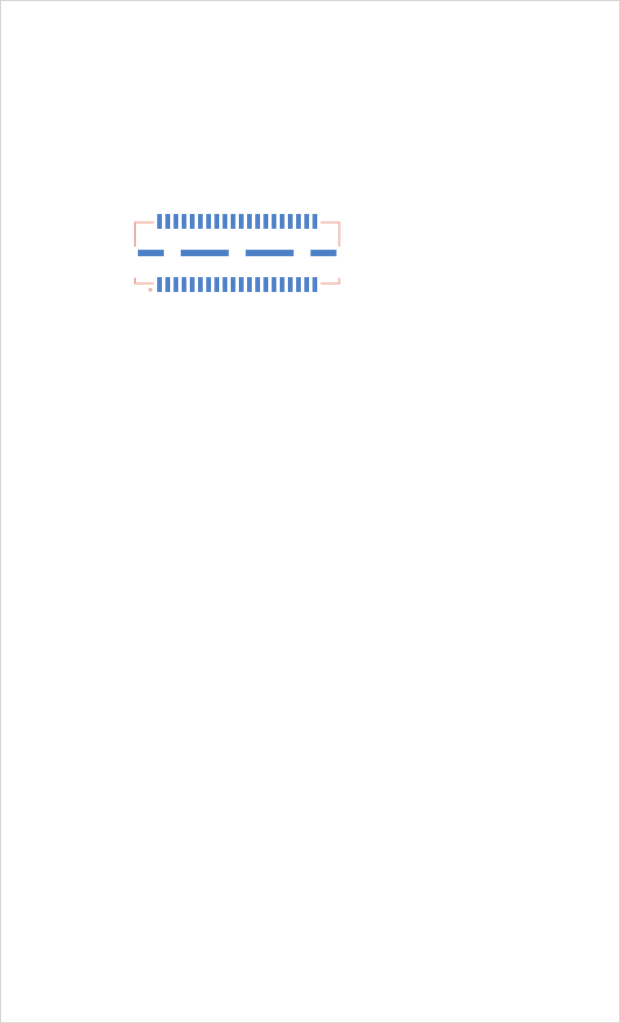
<source format=kicad_pcb>
(kicad_pcb (version 20221018) (generator pcbnew)
  (layers (0 "F.Cu" signal) (31 "B.Cu" signal) (34 "B.Paste" user) (35 "F.Paste" user) (36 "B.SilkS" user "B.Silkscreen") (37 "F.SilkS" user "F.Silkscreen") (38 "B.Mask" user) (39 "F.Mask" user) (44 "Edge.Cuts" user))
  (net 0 "")
  (net 1 "+3.3V")
  (net 2 "GPIO18")
  (net 3 "GPIO19")
  (net 4 "GPIO17")
  (net 5 "GPIO20")
  (net 6 "GPIO16")
  (net 7 "GPIO21")
  (net 8 "GPIO15")
  (net 9 "GPIO22")
  (net 10 "GPIO14")
  (net 11 "GPIO23")
  (net 12 "GPIO13")
  (net 13 "GPIO24")
  (net 14 "GPIO12")
  (net 15 "GPIO25")
  (net 16 "GPIO11")
  (net 17 "GPIO26")
  (net 18 "GPIO10")
  (net 19 "GPIO27")
  (net 20 "GPIO9")
  (net 21 "GPIO28")
  (net 22 "GPIO8")
  (net 23 "GPIO29")
  (net 24 "GPIO7")
  (net 25 "GPIO30")
  (net 26 "GPIO6")
  (net 27 "GPIO31")
  (net 28 "GPIO5")
  (net 29 "GPIO32")
  (net 30 "GPIO4")
  (net 32 "GPIO3")
  (net 34 "GPIO2")
  (net 35 "UsbD-")
  (net 36 "GPIO1")
  (net 37 "UsbD+")
  (net 39 "UsbSel")
  (net 40 "GND")
  (footprint "MountingHole:MountingHole_2.7mm_M2.5" (layer "F.Cu") (at 98.5 99.4)
    (fp_text reference "REF**" hide)
    (fp_text value "MountingHole_2.7mm_M2.5" hide)
    (pad "" np_thru_hole circle (at 0 0) (size 2.7 2.7) (drill 2.7) (layers "*.Cu" "*.Mask"))
  )
  (footprint "MountingHole:MountingHole_2.7mm_M2.5" (layer "F.Cu") (at 144.4 125)
    (fp_text reference "REF**" hide)
    (fp_text value "MountingHole_2.7mm_M2.5" hide)
    (pad "" np_thru_hole circle (at 0 0) (size 2.7 2.7) (drill 2.7) (layers "*.Cu" "*.Mask"))
  )
  (footprint "MountingHole:MountingHole_2.7mm_M2.5" (layer "F.Cu") (at 118.2 44.7)
    (fp_text reference "REF**" hide)
    (fp_text value "MountingHole_2.7mm_M2.5" hide)
    (pad "" np_thru_hole circle (at 0 0) (size 2.7 2.7) (drill 2.7) (layers "*.Cu" "*.Mask"))
  )
  (footprint "addOnTemplate:SAMTEC_QTE-020-01-X-D-A" (layer "B.Cu") (at 112.565 64.7)
    (fp_text reference "J1" hide)
    (fp_text value "QTE-020-01-X-D-A" hide)
    (fp_line (start -10 -2.9845) (end -8.25 -2.9845) (stroke (width 0.2)) (layer "B.SilkS"))
    (fp_line (start -10 -0.7) (end -10 -2.9845) (stroke (width 0.2)) (layer "B.SilkS"))
    (fp_line (start -10 2.9845) (end -10 2.5) (stroke (width 0.2)) (layer "B.SilkS"))
    (fp_line (start -8.25 2.9845) (end -10 2.9845) (stroke (width 0.2)) (layer "B.SilkS"))
    (fp_line (start 8.25 -2.9845) (end 10 -2.9845) (stroke (width 0.2)) (layer "B.SilkS"))
    (fp_line (start 8.25 2.9845) (end 10 2.9845) (stroke (width 0.2)) (layer "B.SilkS"))
    (fp_line (start 10 -2.9845) (end 10 -0.7) (stroke (width 0.2)) (layer "B.SilkS"))
    (fp_line (start 10 2.9845) (end 10 2.5) (stroke (width 0.2)) (layer "B.SilkS"))
    (fp_circle (center -8.5 3.6) (end -8.4 3.6) (stroke (width 0.2)) (fill none) (layer "B.SilkS"))
    (pad "" np_thru_hole circle locked (at -9.24 2.04) (size 1.02 1.02) (drill 1.02) (layers "*.Cu" "*.Mask"))
    (pad "" np_thru_hole circle locked (at 9.24 2.04) (size 1.02 1.02) (drill 1.02) (layers "*.Cu" "*.Mask"))
    (pad "01" smd rect locked (at -7.6 3.09) (size 0.46 1.45) (layers "B.Cu" "B.Paste" "B.Mask") (net 1 "+3.3V"))
    (pad "02" smd rect locked (at -7.6 -3.09) (size 0.46 1.45) (layers "B.Cu" "B.Paste" "B.Mask") (net 1 "+3.3V"))
    (pad "03" smd rect locked (at -6.8 3.09) (size 0.46 1.45) (layers "B.Cu" "B.Paste" "B.Mask") (net 2 "GPIO18"))
    (pad "04" smd rect locked (at -6.8 -3.09) (size 0.46 1.45) (layers "B.Cu" "B.Paste" "B.Mask") (net 3 "GPIO19"))
    (pad "05" smd rect locked (at -6 3.09) (size 0.46 1.45) (layers "B.Cu" "B.Paste" "B.Mask") (net 4 "GPIO17"))
    (pad "06" smd rect locked (at -6 -3.09) (size 0.46 1.45) (layers "B.Cu" "B.Paste" "B.Mask") (net 5 "GPIO20"))
    (pad "07" smd rect locked (at -5.2 3.09) (size 0.46 1.45) (layers "B.Cu" "B.Paste" "B.Mask") (net 6 "GPIO16"))
    (pad "08" smd rect locked (at -5.2 -3.09) (size 0.46 1.45) (layers "B.Cu" "B.Paste" "B.Mask") (net 7 "GPIO21"))
    (pad "09" smd rect locked (at -4.4 3.09) (size 0.46 1.45) (layers "B.Cu" "B.Paste" "B.Mask") (net 8 "GPIO15"))
    (pad "10" smd rect locked (at -4.4 -3.09) (size 0.46 1.45) (layers "B.Cu" "B.Paste" "B.Mask") (net 9 "GPIO22"))
    (pad "11" smd rect locked (at -3.6 3.09) (size 0.46 1.45) (layers "B.Cu" "B.Paste" "B.Mask") (net 10 "GPIO14"))
    (pad "12" smd rect locked (at -3.6 -3.09) (size 0.46 1.45) (layers "B.Cu" "B.Paste" "B.Mask") (net 11 "GPIO23"))
    (pad "13" smd rect locked (at -2.8 3.09) (size 0.46 1.45) (layers "B.Cu" "B.Paste" "B.Mask") (net 12 "GPIO13"))
    (pad "14" smd rect locked (at -2.8 -3.09) (size 0.46 1.45) (layers "B.Cu" "B.Paste" "B.Mask") (net 13 "GPIO24"))
    (pad "15" smd rect locked (at -2 3.09) (size 0.46 1.45) (layers "B.Cu" "B.Paste" "B.Mask") (net 14 "GPIO12"))
    (pad "16" smd rect locked (at -2 -3.09) (size 0.46 1.45) (layers "B.Cu" "B.Paste" "B.Mask") (net 15 "GPIO25"))
    (pad "17" smd rect locked (at -1.2 3.09) (size 0.46 1.45) (layers "B.Cu" "B.Paste" "B.Mask") (net 16 "GPIO11"))
    (pad "18" smd rect locked (at -1.2 -3.09) (size 0.46 1.45) (layers "B.Cu" "B.Paste" "B.Mask") (net 17 "GPIO26"))
    (pad "19" smd rect locked (at -0.4 3.09) (size 0.46 1.45) (layers "B.Cu" "B.Paste" "B.Mask") (net 18 "GPIO10"))
    (pad "20" smd rect locked (at -0.4 -3.09) (size 0.46 1.45) (layers "B.Cu" "B.Paste" "B.Mask") (net 19 "GPIO27"))
    (pad "21" smd rect locked (at 0.4 3.09) (size 0.46 1.45) (layers "B.Cu" "B.Paste" "B.Mask") (net 20 "GPIO9"))
    (pad "22" smd rect locked (at 0.4 -3.09) (size 0.46 1.45) (layers "B.Cu" "B.Paste" "B.Mask") (net 21 "GPIO28"))
    (pad "23" smd rect locked (at 1.2 3.09) (size 0.46 1.45) (layers "B.Cu" "B.Paste" "B.Mask") (net 22 "GPIO8"))
    (pad "24" smd rect locked (at 1.2 -3.09) (size 0.46 1.45) (layers "B.Cu" "B.Paste" "B.Mask") (net 23 "GPIO29"))
    (pad "25" smd rect locked (at 2 3.09) (size 0.46 1.45) (layers "B.Cu" "B.Paste" "B.Mask") (net 24 "GPIO7"))
    (pad "26" smd rect locked (at 2 -3.09) (size 0.46 1.45) (layers "B.Cu" "B.Paste" "B.Mask") (net 25 "GPIO30"))
    (pad "27" smd rect locked (at 2.8 3.09) (size 0.46 1.45) (layers "B.Cu" "B.Paste" "B.Mask") (net 26 "GPIO6"))
    (pad "28" smd rect locked (at 2.8 -3.09) (size 0.46 1.45) (layers "B.Cu" "B.Paste" "B.Mask") (net 27 "GPIO31"))
    (pad "29" smd rect locked (at 3.6 3.09) (size 0.46 1.45) (layers "B.Cu" "B.Paste" "B.Mask") (net 28 "GPIO5"))
    (pad "30" smd rect locked (at 3.6 -3.09) (size 0.46 1.45) (layers "B.Cu" "B.Paste" "B.Mask") (net 29 "GPIO32"))
    (pad "31" smd rect locked (at 4.4 3.09) (size 0.46 1.45) (layers "B.Cu" "B.Paste" "B.Mask") (net 30 "GPIO4"))
    (pad "32" smd rect locked (at 4.4 -3.09) (size 0.46 1.45) (layers "B.Cu" "B.Paste" "B.Mask"))
    (pad "33" smd rect locked (at 5.2 3.09) (size 0.46 1.45) (layers "B.Cu" "B.Paste" "B.Mask") (net 32 "GPIO3"))
    (pad "34" smd rect locked (at 5.2 -3.09) (size 0.46 1.45) (layers "B.Cu" "B.Paste" "B.Mask"))
    (pad "35" smd rect locked (at 6 3.09) (size 0.46 1.45) (layers "B.Cu" "B.Paste" "B.Mask") (net 34 "GPIO2"))
    (pad "36" smd rect locked (at 6 -3.09) (size 0.46 1.45) (layers "B.Cu" "B.Paste" "B.Mask") (net 35 "UsbD-"))
    (pad "37" smd rect locked (at 6.8 3.09) (size 0.46 1.45) (layers "B.Cu" "B.Paste" "B.Mask") (net 36 "GPIO1"))
    (pad "38" smd rect locked (at 6.8 -3.09) (size 0.46 1.45) (layers "B.Cu" "B.Paste" "B.Mask") (net 37 "UsbD+"))
    (pad "39" smd rect locked (at 7.6 3.09) (size 0.46 1.45) (layers "B.Cu" "B.Paste" "B.Mask"))
    (pad "40" smd rect locked (at 7.6 -3.09) (size 0.46 1.45) (layers "B.Cu" "B.Paste" "B.Mask") (net 39 "UsbSel"))
    (pad "G1" smd rect locked (at -8.445 0) (size 2.54 0.64) (layers "B.Cu" "B.Paste" "B.Mask") (net 40 "GND"))
    (pad "G2" smd rect locked (at -3.175 0) (size 4.7 0.64) (layers "B.Cu" "B.Paste" "B.Mask") (net 40 "GND"))
    (pad "G3" smd rect locked (at 3.175 0) (size 4.7 0.64) (layers "B.Cu" "B.Paste" "B.Mask") (net 40 "GND"))
    (pad "G4" smd rect locked (at 8.445 0) (size 2.54 0.64) (layers "B.Cu" "B.Paste" "B.Mask") (net 40 "GND"))
  )
  (gr_rect (start 89.4 40) (end 150 140) (stroke (width 0.1)) (fill none) (layer "Edge.Cuts"))
)
</source>
